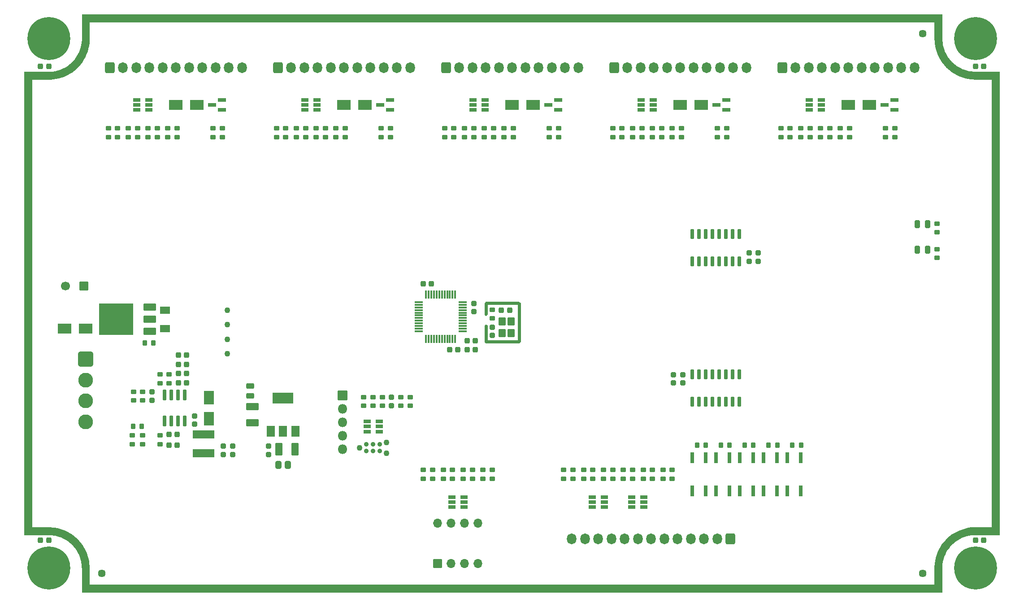
<source format=gbr>
%TF.GenerationSoftware,KiCad,Pcbnew,(6.99.0-4444-ge62463b52b)*%
%TF.CreationDate,2022-12-13T19:15:09+01:00*%
%TF.ProjectId,bd845-pwb,62643834-352d-4707-9762-2e6b69636164,rev?*%
%TF.SameCoordinates,Original*%
%TF.FileFunction,Soldermask,Top*%
%TF.FilePolarity,Negative*%
%FSLAX46Y46*%
G04 Gerber Fmt 4.6, Leading zero omitted, Abs format (unit mm)*
G04 Created by KiCad (PCBNEW (6.99.0-4444-ge62463b52b)) date 2022-12-13 19:15:09*
%MOMM*%
%LPD*%
G01*
G04 APERTURE LIST*
G04 Aperture macros list*
%AMRoundRect*
0 Rectangle with rounded corners*
0 $1 Rounding radius*
0 $2 $3 $4 $5 $6 $7 $8 $9 X,Y pos of 4 corners*
0 Add a 4 corners polygon primitive as box body*
4,1,4,$2,$3,$4,$5,$6,$7,$8,$9,$2,$3,0*
0 Add four circle primitives for the rounded corners*
1,1,$1+$1,$2,$3*
1,1,$1+$1,$4,$5*
1,1,$1+$1,$6,$7*
1,1,$1+$1,$8,$9*
0 Add four rect primitives between the rounded corners*
20,1,$1+$1,$2,$3,$4,$5,0*
20,1,$1+$1,$4,$5,$6,$7,0*
20,1,$1+$1,$6,$7,$8,$9,0*
20,1,$1+$1,$8,$9,$2,$3,0*%
G04 Aperture macros list end*
%ADD10C,0.300000*%
%ADD11C,0.000000*%
%ADD12C,1.448000*%
%ADD13C,2.800000*%
%ADD14RoundRect,0.300001X-1.099999X1.099999X-1.099999X-1.099999X1.099999X-1.099999X1.099999X1.099999X0*%
%ADD15RoundRect,0.200000X0.150000X-0.725000X0.150000X0.725000X-0.150000X0.725000X-0.150000X-0.725000X0*%
%ADD16RoundRect,0.200000X-0.150000X0.725000X-0.150000X-0.725000X0.150000X-0.725000X0.150000X0.725000X0*%
%ADD17RoundRect,0.250000X0.275000X-0.200000X0.275000X0.200000X-0.275000X0.200000X-0.275000X-0.200000X0*%
%ADD18RoundRect,0.250000X-0.275000X0.200000X-0.275000X-0.200000X0.275000X-0.200000X0.275000X0.200000X0*%
%ADD19RoundRect,0.275000X0.250000X-0.225000X0.250000X0.225000X-0.250000X0.225000X-0.250000X-0.225000X0*%
%ADD20RoundRect,0.200000X0.512500X0.150000X-0.512500X0.150000X-0.512500X-0.150000X0.512500X-0.150000X0*%
%ADD21RoundRect,0.050000X-0.320000X1.000000X-0.320000X-1.000000X0.320000X-1.000000X0.320000X1.000000X0*%
%ADD22C,1.090600*%
%ADD23C,0.887400*%
%ADD24RoundRect,0.293750X-0.456250X0.243750X-0.456250X-0.243750X0.456250X-0.243750X0.456250X0.243750X0*%
%ADD25RoundRect,0.250000X0.200000X0.275000X-0.200000X0.275000X-0.200000X-0.275000X0.200000X-0.275000X0*%
%ADD26RoundRect,0.050000X0.800000X-0.800000X0.800000X0.800000X-0.800000X0.800000X-0.800000X-0.800000X0*%
%ADD27O,1.700000X1.700000*%
%ADD28C,1.000000*%
%ADD29C,8.100000*%
%ADD30RoundRect,0.275000X-0.250000X0.225000X-0.250000X-0.225000X0.250000X-0.225000X0.250000X0.225000X0*%
%ADD31RoundRect,0.125000X0.662500X0.075000X-0.662500X0.075000X-0.662500X-0.075000X0.662500X-0.075000X0*%
%ADD32RoundRect,0.125000X0.075000X0.662500X-0.075000X0.662500X-0.075000X-0.662500X0.075000X-0.662500X0*%
%ADD33RoundRect,0.275000X-0.225000X-0.250000X0.225000X-0.250000X0.225000X0.250000X-0.225000X0.250000X0*%
%ADD34RoundRect,0.050000X-0.850000X-0.850000X0.850000X-0.850000X0.850000X0.850000X-0.850000X0.850000X0*%
%ADD35O,1.800000X1.800000*%
%ADD36RoundRect,0.200000X-0.150000X0.825000X-0.150000X-0.825000X0.150000X-0.825000X0.150000X0.825000X0*%
%ADD37RoundRect,0.050000X-1.250000X-0.900000X1.250000X-0.900000X1.250000X0.900000X-1.250000X0.900000X0*%
%ADD38RoundRect,0.275000X0.225000X0.250000X-0.225000X0.250000X-0.225000X-0.250000X0.225000X-0.250000X0*%
%ADD39RoundRect,0.293750X0.243750X0.456250X-0.243750X0.456250X-0.243750X-0.456250X0.243750X-0.456250X0*%
%ADD40RoundRect,0.050000X0.900000X-1.250000X0.900000X1.250000X-0.900000X1.250000X-0.900000X-1.250000X0*%
%ADD41RoundRect,0.200000X-0.512500X-0.150000X0.512500X-0.150000X0.512500X0.150000X-0.512500X0.150000X0*%
%ADD42C,1.100000*%
%ADD43RoundRect,0.300000X0.412500X0.925000X-0.412500X0.925000X-0.412500X-0.925000X0.412500X-0.925000X0*%
%ADD44RoundRect,0.300000X-0.600000X-0.725000X0.600000X-0.725000X0.600000X0.725000X-0.600000X0.725000X0*%
%ADD45O,1.800000X2.050000*%
%ADD46RoundRect,0.050000X-0.850000X0.650000X-0.850000X-0.650000X0.850000X-0.650000X0.850000X0.650000X0*%
%ADD47RoundRect,0.200000X0.587500X0.150000X-0.587500X0.150000X-0.587500X-0.150000X0.587500X-0.150000X0*%
%ADD48RoundRect,0.050000X0.750000X-1.000000X0.750000X1.000000X-0.750000X1.000000X-0.750000X-1.000000X0*%
%ADD49RoundRect,0.050000X1.900000X-1.000000X1.900000X1.000000X-1.900000X1.000000X-1.900000X-1.000000X0*%
%ADD50RoundRect,0.250000X-0.200000X-0.275000X0.200000X-0.275000X0.200000X0.275000X-0.200000X0.275000X0*%
%ADD51RoundRect,0.050000X0.600000X-0.700000X0.600000X0.700000X-0.600000X0.700000X-0.600000X-0.700000X0*%
%ADD52RoundRect,0.050000X0.800000X0.800000X-0.800000X0.800000X-0.800000X-0.800000X0.800000X-0.800000X0*%
%ADD53C,1.700000*%
%ADD54RoundRect,0.300000X-0.925000X0.412500X-0.925000X-0.412500X0.925000X-0.412500X0.925000X0.412500X0*%
%ADD55RoundRect,0.050000X1.100000X0.600000X-1.100000X0.600000X-1.100000X-0.600000X1.100000X-0.600000X0*%
%ADD56RoundRect,0.050000X3.200000X2.900000X-3.200000X2.900000X-3.200000X-2.900000X3.200000X-2.900000X0*%
%ADD57RoundRect,0.300000X0.600000X0.725000X-0.600000X0.725000X-0.600000X-0.725000X0.600000X-0.725000X0*%
%ADD58RoundRect,0.050000X-2.000000X0.750000X-2.000000X-0.750000X2.000000X-0.750000X2.000000X0.750000X0*%
%ADD59RoundRect,0.300000X-0.262500X-0.450000X0.262500X-0.450000X0.262500X0.450000X-0.262500X0.450000X0*%
G04 APERTURE END LIST*
G36*
X141575000Y-102950000D02*
G01*
X147875000Y-102950000D01*
X147875000Y-103550000D01*
X141575000Y-103550000D01*
X141575000Y-102950000D01*
G37*
G36*
X141300000Y-100237300D02*
G01*
X141900000Y-100237300D01*
X141900000Y-103262700D01*
X141300000Y-103262700D01*
X141300000Y-100237300D01*
G37*
D10*
X148000000Y-96000000D02*
G75*
G03*
X148000000Y-96000000I-150000J0D01*
G01*
D11*
G36*
X227750000Y-46000000D02*
G01*
X227750000Y-46000000D01*
G75*
G03*
X234000000Y-52250000I6250000J0D01*
G01*
X238600000Y-52250000D01*
X238600000Y-53750000D01*
X234000000Y-53750000D01*
G75*
G02*
X226250000Y-46000000I0J7750000D01*
G01*
X226250000Y-41400000D01*
X227750000Y-41400000D01*
X227750000Y-46000000D01*
G37*
G36*
X226250000Y-42900000D02*
G01*
X66750000Y-42900000D01*
X66750000Y-41400000D01*
X226250000Y-41400000D01*
X226250000Y-42900000D01*
G37*
G36*
X226250000Y-150600000D02*
G01*
X66750000Y-150600000D01*
X66750000Y-149100000D01*
X226250000Y-149100000D01*
X226250000Y-150600000D01*
G37*
G36*
X238600000Y-138250000D02*
G01*
X237100000Y-138250000D01*
X237100000Y-53750000D01*
X238600000Y-53750000D01*
X238600000Y-138250000D01*
G37*
D10*
X141750000Y-96000000D02*
G75*
G03*
X141750000Y-96000000I-150000J0D01*
G01*
D11*
G36*
X55900000Y-138250000D02*
G01*
X54400000Y-138250000D01*
X54400000Y-53750000D01*
X55900000Y-53750000D01*
X55900000Y-138250000D01*
G37*
G36*
X141300000Y-96000000D02*
G01*
X141900000Y-96000000D01*
X141900000Y-98050000D01*
X141300000Y-98050000D01*
X141300000Y-96000000D01*
G37*
G36*
X141575000Y-95700000D02*
G01*
X147875000Y-95700000D01*
X147875000Y-96300000D01*
X141575000Y-96300000D01*
X141575000Y-95700000D01*
G37*
D10*
X141750000Y-103250000D02*
G75*
G03*
X141750000Y-103250000I-150000J0D01*
G01*
D11*
G36*
X59000000Y-138250000D02*
G01*
X59000000Y-138250000D01*
G75*
G02*
X66750000Y-146000000I0J-7750000D01*
G01*
X66750000Y-150600000D01*
X65250000Y-150600000D01*
X65250000Y-146000000D01*
G75*
G03*
X59000000Y-139750000I-6250000J0D01*
G01*
X54400000Y-139750000D01*
X54400000Y-138250000D01*
X59000000Y-138250000D01*
G37*
D10*
X148000000Y-103250000D02*
G75*
G03*
X148000000Y-103250000I-150000J0D01*
G01*
X141750000Y-100250000D02*
G75*
G03*
X141750000Y-100250000I-150000J0D01*
G01*
D11*
G36*
X238600000Y-139750000D02*
G01*
X234000000Y-139750000D01*
X233754532Y-139752409D01*
X233265108Y-139790928D01*
X232780215Y-139867727D01*
X232302843Y-139982335D01*
X231835934Y-140134042D01*
X231382367Y-140321916D01*
X230944939Y-140544797D01*
X230526347Y-140801311D01*
X230129170Y-141089876D01*
X229755859Y-141408714D01*
X229408714Y-141755859D01*
X229089876Y-142129170D01*
X228801311Y-142526347D01*
X228544797Y-142944939D01*
X228321916Y-143382367D01*
X228134042Y-143835934D01*
X227982335Y-144302843D01*
X227867727Y-144780215D01*
X227790928Y-145265108D01*
X227752409Y-145754532D01*
X227750000Y-146000000D01*
X227750000Y-150600000D01*
X226250000Y-150600000D01*
X226250000Y-146000000D01*
X226252412Y-145723294D01*
X226291891Y-145171293D01*
X226370650Y-144623514D01*
X226488286Y-144082749D01*
X226644200Y-143551755D01*
X226837598Y-143033236D01*
X227067493Y-142529835D01*
X227332715Y-142044117D01*
X227631912Y-141578557D01*
X227963559Y-141135528D01*
X228325967Y-140717288D01*
X228717288Y-140325967D01*
X229135528Y-139963559D01*
X229578557Y-139631912D01*
X230044117Y-139332715D01*
X230529835Y-139067493D01*
X231033236Y-138837598D01*
X231551755Y-138644200D01*
X232082749Y-138488286D01*
X232623514Y-138370650D01*
X233171293Y-138291891D01*
X233723294Y-138252412D01*
X234000000Y-138250000D01*
X238600000Y-138250000D01*
X238600000Y-139750000D01*
G37*
G36*
X147550000Y-95974600D02*
G01*
X148150000Y-95974600D01*
X148150000Y-103250000D01*
X147550000Y-103250000D01*
X147550000Y-95974600D01*
G37*
D10*
X141750000Y-98050000D02*
G75*
G03*
X141750000Y-98050000I-150000J0D01*
G01*
D11*
G36*
X66750000Y-46000000D02*
G01*
X66747588Y-46276706D01*
X66708109Y-46828707D01*
X66629350Y-47376486D01*
X66511714Y-47917251D01*
X66355800Y-48448245D01*
X66162402Y-48966764D01*
X65932507Y-49470165D01*
X65667285Y-49955883D01*
X65368088Y-50421443D01*
X65036441Y-50864472D01*
X64674033Y-51282712D01*
X64282712Y-51674033D01*
X63864472Y-52036441D01*
X63421443Y-52368088D01*
X62955883Y-52667285D01*
X62470165Y-52932507D01*
X61966764Y-53162402D01*
X61448245Y-53355800D01*
X60917251Y-53511714D01*
X60376486Y-53629350D01*
X59828707Y-53708109D01*
X59276706Y-53747588D01*
X59000000Y-53750000D01*
X54400000Y-53750000D01*
X54400000Y-52250000D01*
X59000000Y-52250000D01*
X59245468Y-52247591D01*
X59734892Y-52209072D01*
X60219785Y-52132273D01*
X60697157Y-52017665D01*
X61164066Y-51865958D01*
X61617633Y-51678084D01*
X62055061Y-51455203D01*
X62473653Y-51198689D01*
X62870830Y-50910124D01*
X63244141Y-50591286D01*
X63591286Y-50244141D01*
X63910124Y-49870830D01*
X64198689Y-49473653D01*
X64455203Y-49055061D01*
X64678084Y-48617633D01*
X64865958Y-48164066D01*
X65017665Y-47697157D01*
X65132273Y-47219785D01*
X65209072Y-46734892D01*
X65247591Y-46245468D01*
X65250000Y-46000000D01*
X65250000Y-41400000D01*
X66750000Y-41400000D01*
X66750000Y-46000000D01*
G37*
D12*
%TO.C,REF\u002A\u002A*%
X69000000Y-147000000D03*
%TD*%
%TO.C,REF\u002A\u002A*%
X224000000Y-147000000D03*
%TD*%
%TO.C,REF\u002A\u002A*%
X224000000Y-45000000D03*
%TD*%
D13*
%TO.C,J101*%
X66000000Y-118380000D03*
X66000000Y-114420000D03*
X66000000Y-110460000D03*
D14*
X66000000Y-106500000D03*
%TD*%
D15*
%TO.C,U102*%
X180555000Y-114575000D03*
X181825000Y-114575000D03*
X183095000Y-114575000D03*
X184365000Y-114575000D03*
X185635000Y-114575000D03*
X186905000Y-114575000D03*
X188175000Y-114575000D03*
X189445000Y-114575000D03*
X189445000Y-109425000D03*
X188175000Y-109425000D03*
X186905000Y-109425000D03*
X185635000Y-109425000D03*
X184365000Y-109425000D03*
X183095000Y-109425000D03*
X181825000Y-109425000D03*
X180555000Y-109425000D03*
%TD*%
D16*
%TO.C,U101*%
X189445000Y-82925000D03*
X188175000Y-82925000D03*
X186905000Y-82925000D03*
X185635000Y-82925000D03*
X184365000Y-82925000D03*
X183095000Y-82925000D03*
X181825000Y-82925000D03*
X180555000Y-82925000D03*
X180555000Y-88075000D03*
X181825000Y-88075000D03*
X183095000Y-88075000D03*
X184365000Y-88075000D03*
X185635000Y-88075000D03*
X186905000Y-88075000D03*
X188175000Y-88075000D03*
X189445000Y-88075000D03*
%TD*%
D17*
%TO.C,R105*%
X131500000Y-129075000D03*
X131500000Y-127425000D03*
%TD*%
D18*
%TO.C,R203*%
X81750000Y-109425000D03*
X81750000Y-111075000D03*
%TD*%
D19*
%TO.C,C211*%
X93750000Y-124525000D03*
X93750000Y-122975000D03*
%TD*%
D17*
%TO.C,R507*%
X79500000Y-64575000D03*
X79500000Y-62925000D03*
%TD*%
D20*
%TO.C,U901*%
X204887500Y-59450000D03*
X204887500Y-58500000D03*
X204887500Y-57550000D03*
X202612500Y-57550000D03*
X202612500Y-58500000D03*
X202612500Y-59450000D03*
%TD*%
D17*
%TO.C,R210*%
X226750000Y-82575000D03*
X226750000Y-80925000D03*
%TD*%
D21*
%TO.C,U405*%
X183020000Y-125100000D03*
X180480000Y-125100000D03*
X180480000Y-131400000D03*
X183020000Y-131400000D03*
%TD*%
D17*
%TO.C,R502*%
X74000000Y-64575000D03*
X74000000Y-62925000D03*
%TD*%
%TO.C,R417*%
X158000000Y-129075000D03*
X158000000Y-127425000D03*
%TD*%
D22*
%TO.C,J301*%
X117710000Y-123250000D03*
X122790000Y-122234000D03*
X122790000Y-124266000D03*
D23*
X118980000Y-123885000D03*
X118980000Y-122615000D03*
X120250000Y-123885000D03*
X120250000Y-122615000D03*
X121520000Y-123885000D03*
X121520000Y-122615000D03*
%TD*%
D24*
%TO.C,F201*%
X97000000Y-111562500D03*
X97000000Y-113437500D03*
%TD*%
D17*
%TO.C,R407*%
X160000000Y-129075000D03*
X160000000Y-127425000D03*
%TD*%
D19*
%TO.C,C212*%
X100500000Y-124525000D03*
X100500000Y-122975000D03*
%TD*%
D18*
%TO.C,R510*%
X90000000Y-62925000D03*
X90000000Y-64575000D03*
%TD*%
%TO.C,R509*%
X91750000Y-62925000D03*
X91750000Y-64575000D03*
%TD*%
D17*
%TO.C,R104*%
X135250000Y-129075000D03*
X135250000Y-127425000D03*
%TD*%
D20*
%TO.C,U801*%
X173137500Y-59450000D03*
X173137500Y-58500000D03*
X173137500Y-57550000D03*
X170862500Y-57550000D03*
X170862500Y-58500000D03*
X170862500Y-59450000D03*
%TD*%
D25*
%TO.C,R208*%
X76575000Y-119250000D03*
X74925000Y-119250000D03*
%TD*%
D26*
%TO.C,SW101*%
X132430000Y-145100000D03*
D27*
X134969999Y-145099999D03*
X137509999Y-145099999D03*
X140049999Y-145099999D03*
X140049999Y-137479999D03*
X137509999Y-137479999D03*
X134969999Y-137479999D03*
X132429999Y-137479999D03*
%TD*%
D20*
%TO.C,U501*%
X77887500Y-59450000D03*
X77887500Y-58500000D03*
X77887500Y-57550000D03*
X75612500Y-57550000D03*
X75612500Y-58500000D03*
X75612500Y-59450000D03*
%TD*%
D28*
%TO.C,H103*%
X231000000Y-146000000D03*
X231878680Y-143878680D03*
X231878680Y-148121320D03*
X234000000Y-143000000D03*
D29*
X234000000Y-146000000D03*
D28*
X234000000Y-149000000D03*
X236121320Y-143878680D03*
X236121320Y-148121320D03*
X237000000Y-146000000D03*
%TD*%
D17*
%TO.C,R207*%
X76750000Y-122575000D03*
X76750000Y-120925000D03*
%TD*%
%TO.C,R508*%
X83250000Y-64575000D03*
X83250000Y-62925000D03*
%TD*%
%TO.C,R802*%
X169250000Y-64575000D03*
X169250000Y-62925000D03*
%TD*%
D30*
%TO.C,C206*%
X78500000Y-112725000D03*
X78500000Y-114275000D03*
%TD*%
D31*
%TO.C,U301*%
X137162500Y-101250000D03*
X137162500Y-100750000D03*
X137162500Y-100250000D03*
X137162500Y-99750000D03*
X137162500Y-99250000D03*
X137162500Y-98750000D03*
X137162500Y-98250000D03*
X137162500Y-97750000D03*
X137162500Y-97250000D03*
X137162500Y-96750000D03*
X137162500Y-96250000D03*
X137162500Y-95750000D03*
D32*
X135750000Y-94337500D03*
X135250000Y-94337500D03*
X134750000Y-94337500D03*
X134250000Y-94337500D03*
X133750000Y-94337500D03*
X133250000Y-94337500D03*
X132750000Y-94337500D03*
X132250000Y-94337500D03*
X131750000Y-94337500D03*
X131250000Y-94337500D03*
X130750000Y-94337500D03*
X130250000Y-94337500D03*
D31*
X128837500Y-95750000D03*
X128837500Y-96250000D03*
X128837500Y-96750000D03*
X128837500Y-97250000D03*
X128837500Y-97750000D03*
X128837500Y-98250000D03*
X128837500Y-98750000D03*
X128837500Y-99250000D03*
X128837500Y-99750000D03*
X128837500Y-100250000D03*
X128837500Y-100750000D03*
X128837500Y-101250000D03*
D32*
X130250000Y-102662500D03*
X130750000Y-102662500D03*
X131250000Y-102662500D03*
X131750000Y-102662500D03*
X132250000Y-102662500D03*
X132750000Y-102662500D03*
X133250000Y-102662500D03*
X133750000Y-102662500D03*
X134250000Y-102662500D03*
X134750000Y-102662500D03*
X135250000Y-102662500D03*
X135750000Y-102662500D03*
%TD*%
D17*
%TO.C,R503*%
X77750000Y-64575000D03*
X77750000Y-62925000D03*
%TD*%
D18*
%TO.C,R209*%
X74750000Y-120925000D03*
X74750000Y-122575000D03*
%TD*%
D17*
%TO.C,R303*%
X142750000Y-98825000D03*
X142750000Y-97175000D03*
%TD*%
D33*
%TO.C,C208*%
X81725000Y-122750000D03*
X83275000Y-122750000D03*
%TD*%
D34*
%TO.C,J302*%
X114500000Y-113380000D03*
D35*
X114499999Y-115919999D03*
X114499999Y-118459999D03*
X114499999Y-120999999D03*
X114499999Y-123539999D03*
%TD*%
D17*
%TO.C,R406*%
X156250000Y-129075000D03*
X156250000Y-127425000D03*
%TD*%
D33*
%TO.C,C306*%
X129725000Y-92250000D03*
X131275000Y-92250000D03*
%TD*%
D20*
%TO.C,U302*%
X121387500Y-120200000D03*
X121387500Y-119250000D03*
X121387500Y-118300000D03*
X119112500Y-118300000D03*
X119112500Y-119250000D03*
X119112500Y-120200000D03*
%TD*%
D30*
%TO.C,C301*%
X142750000Y-100475000D03*
X142750000Y-102025000D03*
%TD*%
D17*
%TO.C,R108*%
X133500000Y-129075000D03*
X133500000Y-127425000D03*
%TD*%
D36*
%TO.C,U201*%
X84655000Y-113275000D03*
X83385000Y-113275000D03*
X82115000Y-113275000D03*
X80845000Y-113275000D03*
X80845000Y-118225000D03*
X82115000Y-118225000D03*
X83385000Y-118225000D03*
X84655000Y-118225000D03*
%TD*%
D17*
%TO.C,R606*%
X107500000Y-64575000D03*
X107500000Y-62925000D03*
%TD*%
%TO.C,R608*%
X115000000Y-64575000D03*
X115000000Y-62925000D03*
%TD*%
D37*
%TO.C,D601*%
X114750000Y-58500000D03*
X118750000Y-58500000D03*
%TD*%
D38*
%TO.C,C102*%
X235550000Y-51250000D03*
X234000000Y-51250000D03*
%TD*%
D39*
%TO.C,D204*%
X224937500Y-81000000D03*
X223062500Y-81000000D03*
%TD*%
D17*
%TO.C,R102*%
X142750000Y-129075000D03*
X142750000Y-127425000D03*
%TD*%
D40*
%TO.C,D203*%
X89250000Y-117750000D03*
X89250000Y-113750000D03*
%TD*%
D41*
%TO.C,U406*%
X169112500Y-132550000D03*
X169112500Y-133500000D03*
X169112500Y-134450000D03*
X171387500Y-134450000D03*
X171387500Y-133500000D03*
X171387500Y-132550000D03*
%TD*%
D17*
%TO.C,R505*%
X72000000Y-64575000D03*
X72000000Y-62925000D03*
%TD*%
D30*
%TO.C,C307*%
X139250000Y-95975000D03*
X139250000Y-97525000D03*
%TD*%
D42*
%TO.C,TP202*%
X92750000Y-105500000D03*
%TD*%
D20*
%TO.C,U601*%
X109637500Y-59450000D03*
X109637500Y-58500000D03*
X109637500Y-57550000D03*
X107362500Y-57550000D03*
X107362500Y-58500000D03*
X107362500Y-59450000D03*
%TD*%
D37*
%TO.C,D701*%
X146500000Y-58500000D03*
X150500000Y-58500000D03*
%TD*%
D43*
%TO.C,C213*%
X105537500Y-123500000D03*
X102462500Y-123500000D03*
%TD*%
D19*
%TO.C,C105*%
X191250000Y-88025000D03*
X191250000Y-86475000D03*
%TD*%
D17*
%TO.C,R411*%
X175000000Y-129075000D03*
X175000000Y-127425000D03*
%TD*%
D18*
%TO.C,R709*%
X155250000Y-62925000D03*
X155250000Y-64575000D03*
%TD*%
D33*
%TO.C,C303*%
X144475000Y-97250000D03*
X146025000Y-97250000D03*
%TD*%
D37*
%TO.C,D901*%
X210000000Y-58500000D03*
X214000000Y-58500000D03*
%TD*%
D30*
%TO.C,C302*%
X123750000Y-113725000D03*
X123750000Y-115275000D03*
%TD*%
D17*
%TO.C,R806*%
X171000000Y-64575000D03*
X171000000Y-62925000D03*
%TD*%
%TO.C,R908*%
X210250000Y-64575000D03*
X210250000Y-62925000D03*
%TD*%
D44*
%TO.C,J601*%
X102250000Y-51500000D03*
D45*
X104749999Y-51499999D03*
X107249999Y-51499999D03*
X109749999Y-51499999D03*
X112249999Y-51499999D03*
X114749999Y-51499999D03*
X117249999Y-51499999D03*
X119749999Y-51499999D03*
X122249999Y-51499999D03*
X124749999Y-51499999D03*
X127249999Y-51499999D03*
%TD*%
D46*
%TO.C,D202*%
X80925000Y-97250000D03*
X80925000Y-100750000D03*
%TD*%
D47*
%TO.C,Q701*%
X155187500Y-59450000D03*
X155187500Y-57550000D03*
X153312500Y-58500000D03*
%TD*%
D18*
%TO.C,R202*%
X75000000Y-112675000D03*
X75000000Y-114325000D03*
%TD*%
D17*
%TO.C,R708*%
X146750000Y-64575000D03*
X146750000Y-62925000D03*
%TD*%
%TO.C,R803*%
X173000000Y-64575000D03*
X173000000Y-62925000D03*
%TD*%
D48*
%TO.C,U202*%
X100950000Y-120150000D03*
X103250000Y-120150000D03*
D49*
X103250000Y-113850000D03*
D48*
X105550000Y-120150000D03*
%TD*%
D18*
%TO.C,R710*%
X153500000Y-62925000D03*
X153500000Y-64575000D03*
%TD*%
D17*
%TO.C,R415*%
X165500000Y-129075000D03*
X165500000Y-127425000D03*
%TD*%
%TO.C,R807*%
X174750000Y-64575000D03*
X174750000Y-62925000D03*
%TD*%
D33*
%TO.C,C101*%
X57450000Y-51250000D03*
X59000000Y-51250000D03*
%TD*%
D20*
%TO.C,U701*%
X141387500Y-59450000D03*
X141387500Y-58500000D03*
X141387500Y-57550000D03*
X139112500Y-57550000D03*
X139112500Y-58500000D03*
X139112500Y-59450000D03*
%TD*%
D18*
%TO.C,R302*%
X127250000Y-113675000D03*
X127250000Y-115325000D03*
%TD*%
%TO.C,R910*%
X217000000Y-62925000D03*
X217000000Y-64575000D03*
%TD*%
D33*
%TO.C,C205*%
X83475000Y-111000000D03*
X85025000Y-111000000D03*
%TD*%
D47*
%TO.C,Q901*%
X218687500Y-59450000D03*
X218687500Y-57550000D03*
X216812500Y-58500000D03*
%TD*%
D44*
%TO.C,J901*%
X197500000Y-51500000D03*
D45*
X199999999Y-51499999D03*
X202499999Y-51499999D03*
X204999999Y-51499999D03*
X207499999Y-51499999D03*
X209999999Y-51499999D03*
X212499999Y-51499999D03*
X214999999Y-51499999D03*
X217499999Y-51499999D03*
X219999999Y-51499999D03*
X222499999Y-51499999D03*
%TD*%
D17*
%TO.C,R204*%
X80000000Y-111075000D03*
X80000000Y-109425000D03*
%TD*%
D30*
%TO.C,C209*%
X86500000Y-117225000D03*
X86500000Y-118775000D03*
%TD*%
D50*
%TO.C,R403*%
X190425000Y-122750000D03*
X192075000Y-122750000D03*
%TD*%
%TO.C,R402*%
X194925000Y-122750000D03*
X196575000Y-122750000D03*
%TD*%
D17*
%TO.C,R409*%
X167500000Y-129075000D03*
X167500000Y-127425000D03*
%TD*%
D50*
%TO.C,R405*%
X181425000Y-122750000D03*
X183075000Y-122750000D03*
%TD*%
D17*
%TO.C,R304*%
X122000000Y-115325000D03*
X122000000Y-113675000D03*
%TD*%
%TO.C,R416*%
X161750000Y-129075000D03*
X161750000Y-127425000D03*
%TD*%
D50*
%TO.C,R401*%
X199425000Y-122750000D03*
X201075000Y-122750000D03*
%TD*%
D17*
%TO.C,R906*%
X202750000Y-64575000D03*
X202750000Y-62925000D03*
%TD*%
%TO.C,R601*%
X102000000Y-64575000D03*
X102000000Y-62925000D03*
%TD*%
D33*
%TO.C,C203*%
X83475000Y-107500000D03*
X85025000Y-107500000D03*
%TD*%
D18*
%TO.C,R909*%
X218750000Y-62925000D03*
X218750000Y-64575000D03*
%TD*%
%TO.C,R206*%
X80000000Y-120925000D03*
X80000000Y-122575000D03*
%TD*%
D17*
%TO.C,R301*%
X125500000Y-115325000D03*
X125500000Y-113675000D03*
%TD*%
D33*
%TO.C,C204*%
X83475000Y-109250000D03*
X85025000Y-109250000D03*
%TD*%
D17*
%TO.C,R701*%
X133750000Y-64575000D03*
X133750000Y-62925000D03*
%TD*%
D44*
%TO.C,J501*%
X70500000Y-51500000D03*
D45*
X72999999Y-51499999D03*
X75499999Y-51499999D03*
X77999999Y-51499999D03*
X80499999Y-51499999D03*
X82999999Y-51499999D03*
X85499999Y-51499999D03*
X87999999Y-51499999D03*
X90499999Y-51499999D03*
X92999999Y-51499999D03*
X95499999Y-51499999D03*
%TD*%
D51*
%TO.C,Y301*%
X146350000Y-101600000D03*
X146350000Y-99400000D03*
X144650000Y-99400000D03*
X144650000Y-101600000D03*
%TD*%
D37*
%TO.C,D501*%
X83000000Y-58500000D03*
X87000000Y-58500000D03*
%TD*%
D52*
%TO.C,C201*%
X65652651Y-92750000D03*
D53*
X62152651Y-92750000D03*
%TD*%
D39*
%TO.C,D101*%
X224937500Y-85825000D03*
X223062500Y-85825000D03*
%TD*%
D21*
%TO.C,U401*%
X201020000Y-125100000D03*
X198480000Y-125100000D03*
X198480000Y-131400000D03*
X201020000Y-131400000D03*
%TD*%
D17*
%TO.C,R603*%
X109500000Y-64575000D03*
X109500000Y-62925000D03*
%TD*%
%TO.C,R605*%
X103750000Y-64575000D03*
X103750000Y-62925000D03*
%TD*%
%TO.C,R702*%
X137500000Y-64575000D03*
X137500000Y-62925000D03*
%TD*%
D54*
%TO.C,C214*%
X97500000Y-115462500D03*
X97500000Y-118537500D03*
%TD*%
D17*
%TO.C,R103*%
X139000000Y-129075000D03*
X139000000Y-127425000D03*
%TD*%
D55*
%TO.C,Q201*%
X78050000Y-101280000D03*
X78050000Y-99000000D03*
D56*
X71750000Y-99000000D03*
D55*
X78050000Y-96720000D03*
%TD*%
D57*
%TO.C,J401*%
X187750000Y-140500000D03*
D45*
X185249999Y-140499999D03*
X182749999Y-140499999D03*
X180249999Y-140499999D03*
X177749999Y-140499999D03*
X175249999Y-140499999D03*
X172749999Y-140499999D03*
X170249999Y-140499999D03*
X167749999Y-140499999D03*
X165249999Y-140499999D03*
X162749999Y-140499999D03*
X160249999Y-140499999D03*
X157749999Y-140499999D03*
%TD*%
D33*
%TO.C,C104*%
X57450000Y-140750000D03*
X59000000Y-140750000D03*
%TD*%
D18*
%TO.C,R101*%
X226750000Y-85750000D03*
X226750000Y-87400000D03*
%TD*%
D42*
%TO.C,TP204*%
X92750000Y-100000000D03*
%TD*%
D25*
%TO.C,R201*%
X78750000Y-103500000D03*
X77100000Y-103500000D03*
%TD*%
D41*
%TO.C,U407*%
X161612500Y-132550000D03*
X161612500Y-133500000D03*
X161612500Y-134450000D03*
X163887500Y-134450000D03*
X163887500Y-133500000D03*
X163887500Y-132550000D03*
%TD*%
D17*
%TO.C,R801*%
X165500000Y-64575000D03*
X165500000Y-62925000D03*
%TD*%
%TO.C,R501*%
X70250000Y-64575000D03*
X70250000Y-62925000D03*
%TD*%
%TO.C,R109*%
X129750000Y-129075000D03*
X129750000Y-127425000D03*
%TD*%
%TO.C,R604*%
X113250000Y-64575000D03*
X113250000Y-62925000D03*
%TD*%
%TO.C,R305*%
X120250000Y-115325000D03*
X120250000Y-113675000D03*
%TD*%
%TO.C,R905*%
X199000000Y-64575000D03*
X199000000Y-62925000D03*
%TD*%
%TO.C,R901*%
X197250000Y-64575000D03*
X197250000Y-62925000D03*
%TD*%
D58*
%TO.C,L201*%
X88250000Y-120700000D03*
X88250000Y-124300000D03*
%TD*%
D17*
%TO.C,R804*%
X178500000Y-64575000D03*
X178500000Y-62925000D03*
%TD*%
D33*
%TO.C,C304*%
X137975000Y-104750000D03*
X139525000Y-104750000D03*
%TD*%
D17*
%TO.C,R704*%
X145000000Y-64575000D03*
X145000000Y-62925000D03*
%TD*%
%TO.C,R504*%
X81500000Y-64575000D03*
X81500000Y-62925000D03*
%TD*%
D44*
%TO.C,J701*%
X134000000Y-51500000D03*
D45*
X136499999Y-51499999D03*
X138999999Y-51499999D03*
X141499999Y-51499999D03*
X143999999Y-51499999D03*
X146499999Y-51499999D03*
X148999999Y-51499999D03*
X151499999Y-51499999D03*
X153999999Y-51499999D03*
X156499999Y-51499999D03*
X158999999Y-51499999D03*
%TD*%
D18*
%TO.C,R810*%
X185250000Y-62925000D03*
X185250000Y-64575000D03*
%TD*%
D44*
%TO.C,J801*%
X165750000Y-51500000D03*
D45*
X168249999Y-51499999D03*
X170749999Y-51499999D03*
X173249999Y-51499999D03*
X175749999Y-51499999D03*
X178249999Y-51499999D03*
X180749999Y-51499999D03*
X183249999Y-51499999D03*
X185749999Y-51499999D03*
X188249999Y-51499999D03*
X190749999Y-51499999D03*
%TD*%
D28*
%TO.C,H101*%
X56000000Y-46000000D03*
X56878680Y-43878680D03*
X56878680Y-48121320D03*
X59000000Y-43000000D03*
D29*
X59000000Y-46000000D03*
D28*
X59000000Y-49000000D03*
X61121320Y-43878680D03*
X61121320Y-48121320D03*
X62000000Y-46000000D03*
%TD*%
D47*
%TO.C,Q501*%
X91687500Y-59450000D03*
X91687500Y-57550000D03*
X89812500Y-58500000D03*
%TD*%
D17*
%TO.C,R907*%
X206500000Y-64575000D03*
X206500000Y-62925000D03*
%TD*%
D33*
%TO.C,C308*%
X137975000Y-103000000D03*
X139525000Y-103000000D03*
%TD*%
%TO.C,C207*%
X81725000Y-120750000D03*
X83275000Y-120750000D03*
%TD*%
D18*
%TO.C,R809*%
X187000000Y-62925000D03*
X187000000Y-64575000D03*
%TD*%
D17*
%TO.C,R506*%
X75750000Y-64575000D03*
X75750000Y-62925000D03*
%TD*%
%TO.C,R706*%
X139250000Y-64575000D03*
X139250000Y-62925000D03*
%TD*%
D30*
%TO.C,C107*%
X178750000Y-109475000D03*
X178750000Y-111025000D03*
%TD*%
D17*
%TO.C,R414*%
X169250000Y-129075000D03*
X169250000Y-127425000D03*
%TD*%
D37*
%TO.C,D201*%
X62000000Y-100750000D03*
X66000000Y-100750000D03*
%TD*%
D17*
%TO.C,R306*%
X118500000Y-115325000D03*
X118500000Y-113675000D03*
%TD*%
%TO.C,R904*%
X208500000Y-64575000D03*
X208500000Y-62925000D03*
%TD*%
%TO.C,R903*%
X204750000Y-64575000D03*
X204750000Y-62925000D03*
%TD*%
D50*
%TO.C,R404*%
X185925000Y-122750000D03*
X187575000Y-122750000D03*
%TD*%
D28*
%TO.C,H104*%
X56000000Y-146000000D03*
X56878680Y-143878680D03*
X56878680Y-148121320D03*
X59000000Y-143000000D03*
D29*
X59000000Y-146000000D03*
D28*
X59000000Y-149000000D03*
X61121320Y-143878680D03*
X61121320Y-148121320D03*
X62000000Y-146000000D03*
%TD*%
D18*
%TO.C,R205*%
X76750000Y-112675000D03*
X76750000Y-114325000D03*
%TD*%
D17*
%TO.C,R705*%
X135500000Y-64575000D03*
X135500000Y-62925000D03*
%TD*%
D47*
%TO.C,Q801*%
X186937500Y-59450000D03*
X186937500Y-57550000D03*
X185062500Y-58500000D03*
%TD*%
D17*
%TO.C,R410*%
X171250000Y-129075000D03*
X171250000Y-127425000D03*
%TD*%
D21*
%TO.C,U404*%
X187520000Y-125100000D03*
X184980000Y-125100000D03*
X184980000Y-131400000D03*
X187520000Y-131400000D03*
%TD*%
D17*
%TO.C,R408*%
X163750000Y-129075000D03*
X163750000Y-127425000D03*
%TD*%
D21*
%TO.C,U402*%
X196520000Y-125100000D03*
X193980000Y-125100000D03*
X193980000Y-131400000D03*
X196520000Y-131400000D03*
%TD*%
D19*
%TO.C,C106*%
X193000000Y-88025000D03*
X193000000Y-86475000D03*
%TD*%
D17*
%TO.C,R602*%
X105750000Y-64575000D03*
X105750000Y-62925000D03*
%TD*%
%TO.C,R412*%
X176750000Y-129075000D03*
X176750000Y-127425000D03*
%TD*%
D21*
%TO.C,U403*%
X192020000Y-125100000D03*
X189480000Y-125100000D03*
X189480000Y-131400000D03*
X192020000Y-131400000D03*
%TD*%
D17*
%TO.C,R607*%
X111250000Y-64575000D03*
X111250000Y-62925000D03*
%TD*%
%TO.C,R805*%
X167250000Y-64575000D03*
X167250000Y-62925000D03*
%TD*%
D18*
%TO.C,R609*%
X123500000Y-62925000D03*
X123500000Y-64575000D03*
%TD*%
D17*
%TO.C,R703*%
X141250000Y-64575000D03*
X141250000Y-62925000D03*
%TD*%
%TO.C,R707*%
X143000000Y-64575000D03*
X143000000Y-62925000D03*
%TD*%
%TO.C,R107*%
X137250000Y-129075000D03*
X137250000Y-127425000D03*
%TD*%
D47*
%TO.C,Q601*%
X123437500Y-59450000D03*
X123437500Y-57550000D03*
X121562500Y-58500000D03*
%TD*%
D17*
%TO.C,R808*%
X176750000Y-64575000D03*
X176750000Y-62925000D03*
%TD*%
D30*
%TO.C,C108*%
X177000000Y-109475000D03*
X177000000Y-111025000D03*
%TD*%
D59*
%TO.C,L202*%
X102337500Y-126500000D03*
X104162500Y-126500000D03*
%TD*%
D19*
%TO.C,C210*%
X92000000Y-124525000D03*
X92000000Y-122975000D03*
%TD*%
D17*
%TO.C,R902*%
X201000000Y-64575000D03*
X201000000Y-62925000D03*
%TD*%
D38*
%TO.C,C103*%
X235550000Y-140750000D03*
X234000000Y-140750000D03*
%TD*%
D28*
%TO.C,H102*%
X231000000Y-46000000D03*
X231878680Y-43878680D03*
X231878680Y-48121320D03*
X234000000Y-43000000D03*
D29*
X234000000Y-46000000D03*
D28*
X234000000Y-49000000D03*
X236121320Y-43878680D03*
X236121320Y-48121320D03*
X237000000Y-46000000D03*
%TD*%
D18*
%TO.C,R610*%
X121750000Y-62925000D03*
X121750000Y-64575000D03*
%TD*%
D38*
%TO.C,C305*%
X136275000Y-104750000D03*
X134725000Y-104750000D03*
%TD*%
D41*
%TO.C,U103*%
X135112500Y-132550000D03*
X135112500Y-133500000D03*
X135112500Y-134450000D03*
X137387500Y-134450000D03*
X137387500Y-133500000D03*
X137387500Y-132550000D03*
%TD*%
D42*
%TO.C,TP203*%
X92750000Y-102750000D03*
%TD*%
D37*
%TO.C,D801*%
X178250000Y-58500000D03*
X182250000Y-58500000D03*
%TD*%
D17*
%TO.C,R106*%
X141000000Y-129075000D03*
X141000000Y-127425000D03*
%TD*%
D42*
%TO.C,TP201*%
X92750000Y-97250000D03*
%TD*%
D17*
%TO.C,R413*%
X173000000Y-129075000D03*
X173000000Y-127425000D03*
%TD*%
D33*
%TO.C,C202*%
X83475000Y-105750000D03*
X85025000Y-105750000D03*
%TD*%
M02*

</source>
